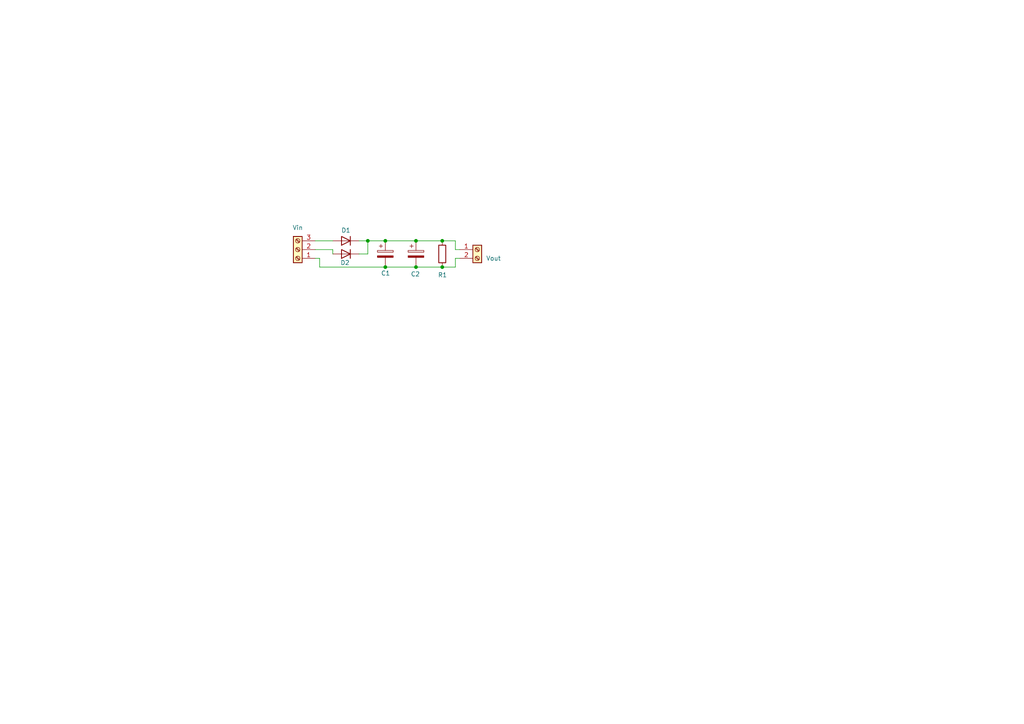
<source format=kicad_sch>
(kicad_sch
	(version 20231120)
	(generator "eeschema")
	(generator_version "8.0")
	(uuid "dbc8fcdd-10a6-4400-b7a5-88cd05e3616a")
	(paper "A4")
	(lib_symbols
		(symbol "Connector:Screw_Terminal_01x02"
			(pin_names
				(offset 1.016) hide)
			(exclude_from_sim no)
			(in_bom yes)
			(on_board yes)
			(property "Reference" "J"
				(at 0 2.54 0)
				(effects
					(font
						(size 1.27 1.27)
					)
				)
			)
			(property "Value" "Screw_Terminal_01x02"
				(at 0 -5.08 0)
				(effects
					(font
						(size 1.27 1.27)
					)
				)
			)
			(property "Footprint" ""
				(at 0 0 0)
				(effects
					(font
						(size 1.27 1.27)
					)
					(hide yes)
				)
			)
			(property "Datasheet" "~"
				(at 0 0 0)
				(effects
					(font
						(size 1.27 1.27)
					)
					(hide yes)
				)
			)
			(property "Description" "Generic screw terminal, single row, 01x02, script generated (kicad-library-utils/schlib/autogen/connector/)"
				(at 0 0 0)
				(effects
					(font
						(size 1.27 1.27)
					)
					(hide yes)
				)
			)
			(property "ki_keywords" "screw terminal"
				(at 0 0 0)
				(effects
					(font
						(size 1.27 1.27)
					)
					(hide yes)
				)
			)
			(property "ki_fp_filters" "TerminalBlock*:*"
				(at 0 0 0)
				(effects
					(font
						(size 1.27 1.27)
					)
					(hide yes)
				)
			)
			(symbol "Screw_Terminal_01x02_1_1"
				(rectangle
					(start -1.27 1.27)
					(end 1.27 -3.81)
					(stroke
						(width 0.254)
						(type default)
					)
					(fill
						(type background)
					)
				)
				(circle
					(center 0 -2.54)
					(radius 0.635)
					(stroke
						(width 0.1524)
						(type default)
					)
					(fill
						(type none)
					)
				)
				(polyline
					(pts
						(xy -0.5334 -2.2098) (xy 0.3302 -3.048)
					)
					(stroke
						(width 0.1524)
						(type default)
					)
					(fill
						(type none)
					)
				)
				(polyline
					(pts
						(xy -0.5334 0.3302) (xy 0.3302 -0.508)
					)
					(stroke
						(width 0.1524)
						(type default)
					)
					(fill
						(type none)
					)
				)
				(polyline
					(pts
						(xy -0.3556 -2.032) (xy 0.508 -2.8702)
					)
					(stroke
						(width 0.1524)
						(type default)
					)
					(fill
						(type none)
					)
				)
				(polyline
					(pts
						(xy -0.3556 0.508) (xy 0.508 -0.3302)
					)
					(stroke
						(width 0.1524)
						(type default)
					)
					(fill
						(type none)
					)
				)
				(circle
					(center 0 0)
					(radius 0.635)
					(stroke
						(width 0.1524)
						(type default)
					)
					(fill
						(type none)
					)
				)
				(pin passive line
					(at -5.08 0 0)
					(length 3.81)
					(name "Pin_1"
						(effects
							(font
								(size 1.27 1.27)
							)
						)
					)
					(number "1"
						(effects
							(font
								(size 1.27 1.27)
							)
						)
					)
				)
				(pin passive line
					(at -5.08 -2.54 0)
					(length 3.81)
					(name "Pin_2"
						(effects
							(font
								(size 1.27 1.27)
							)
						)
					)
					(number "2"
						(effects
							(font
								(size 1.27 1.27)
							)
						)
					)
				)
			)
		)
		(symbol "Connector:Screw_Terminal_01x03"
			(pin_names
				(offset 1.016) hide)
			(exclude_from_sim no)
			(in_bom yes)
			(on_board yes)
			(property "Reference" "J"
				(at 0 5.08 0)
				(effects
					(font
						(size 1.27 1.27)
					)
				)
			)
			(property "Value" "Screw_Terminal_01x03"
				(at 0 -5.08 0)
				(effects
					(font
						(size 1.27 1.27)
					)
				)
			)
			(property "Footprint" ""
				(at 0 0 0)
				(effects
					(font
						(size 1.27 1.27)
					)
					(hide yes)
				)
			)
			(property "Datasheet" "~"
				(at 0 0 0)
				(effects
					(font
						(size 1.27 1.27)
					)
					(hide yes)
				)
			)
			(property "Description" "Generic screw terminal, single row, 01x03, script generated (kicad-library-utils/schlib/autogen/connector/)"
				(at 0 0 0)
				(effects
					(font
						(size 1.27 1.27)
					)
					(hide yes)
				)
			)
			(property "ki_keywords" "screw terminal"
				(at 0 0 0)
				(effects
					(font
						(size 1.27 1.27)
					)
					(hide yes)
				)
			)
			(property "ki_fp_filters" "TerminalBlock*:*"
				(at 0 0 0)
				(effects
					(font
						(size 1.27 1.27)
					)
					(hide yes)
				)
			)
			(symbol "Screw_Terminal_01x03_1_1"
				(rectangle
					(start -1.27 3.81)
					(end 1.27 -3.81)
					(stroke
						(width 0.254)
						(type default)
					)
					(fill
						(type background)
					)
				)
				(circle
					(center 0 -2.54)
					(radius 0.635)
					(stroke
						(width 0.1524)
						(type default)
					)
					(fill
						(type none)
					)
				)
				(polyline
					(pts
						(xy -0.5334 -2.2098) (xy 0.3302 -3.048)
					)
					(stroke
						(width 0.1524)
						(type default)
					)
					(fill
						(type none)
					)
				)
				(polyline
					(pts
						(xy -0.5334 0.3302) (xy 0.3302 -0.508)
					)
					(stroke
						(width 0.1524)
						(type default)
					)
					(fill
						(type none)
					)
				)
				(polyline
					(pts
						(xy -0.5334 2.8702) (xy 0.3302 2.032)
					)
					(stroke
						(width 0.1524)
						(type default)
					)
					(fill
						(type none)
					)
				)
				(polyline
					(pts
						(xy -0.3556 -2.032) (xy 0.508 -2.8702)
					)
					(stroke
						(width 0.1524)
						(type default)
					)
					(fill
						(type none)
					)
				)
				(polyline
					(pts
						(xy -0.3556 0.508) (xy 0.508 -0.3302)
					)
					(stroke
						(width 0.1524)
						(type default)
					)
					(fill
						(type none)
					)
				)
				(polyline
					(pts
						(xy -0.3556 3.048) (xy 0.508 2.2098)
					)
					(stroke
						(width 0.1524)
						(type default)
					)
					(fill
						(type none)
					)
				)
				(circle
					(center 0 0)
					(radius 0.635)
					(stroke
						(width 0.1524)
						(type default)
					)
					(fill
						(type none)
					)
				)
				(circle
					(center 0 2.54)
					(radius 0.635)
					(stroke
						(width 0.1524)
						(type default)
					)
					(fill
						(type none)
					)
				)
				(pin passive line
					(at -5.08 2.54 0)
					(length 3.81)
					(name "Pin_1"
						(effects
							(font
								(size 1.27 1.27)
							)
						)
					)
					(number "1"
						(effects
							(font
								(size 1.27 1.27)
							)
						)
					)
				)
				(pin passive line
					(at -5.08 0 0)
					(length 3.81)
					(name "Pin_2"
						(effects
							(font
								(size 1.27 1.27)
							)
						)
					)
					(number "2"
						(effects
							(font
								(size 1.27 1.27)
							)
						)
					)
				)
				(pin passive line
					(at -5.08 -2.54 0)
					(length 3.81)
					(name "Pin_3"
						(effects
							(font
								(size 1.27 1.27)
							)
						)
					)
					(number "3"
						(effects
							(font
								(size 1.27 1.27)
							)
						)
					)
				)
			)
		)
		(symbol "Device:C_Polarized"
			(pin_numbers hide)
			(pin_names
				(offset 0.254)
			)
			(exclude_from_sim no)
			(in_bom yes)
			(on_board yes)
			(property "Reference" "C"
				(at 0.635 2.54 0)
				(effects
					(font
						(size 1.27 1.27)
					)
					(justify left)
				)
			)
			(property "Value" "C_Polarized"
				(at 0.635 -2.54 0)
				(effects
					(font
						(size 1.27 1.27)
					)
					(justify left)
				)
			)
			(property "Footprint" ""
				(at 0.9652 -3.81 0)
				(effects
					(font
						(size 1.27 1.27)
					)
					(hide yes)
				)
			)
			(property "Datasheet" "~"
				(at 0 0 0)
				(effects
					(font
						(size 1.27 1.27)
					)
					(hide yes)
				)
			)
			(property "Description" "Polarized capacitor"
				(at 0 0 0)
				(effects
					(font
						(size 1.27 1.27)
					)
					(hide yes)
				)
			)
			(property "ki_keywords" "cap capacitor"
				(at 0 0 0)
				(effects
					(font
						(size 1.27 1.27)
					)
					(hide yes)
				)
			)
			(property "ki_fp_filters" "CP_*"
				(at 0 0 0)
				(effects
					(font
						(size 1.27 1.27)
					)
					(hide yes)
				)
			)
			(symbol "C_Polarized_0_1"
				(rectangle
					(start -2.286 0.508)
					(end 2.286 1.016)
					(stroke
						(width 0)
						(type default)
					)
					(fill
						(type none)
					)
				)
				(polyline
					(pts
						(xy -1.778 2.286) (xy -0.762 2.286)
					)
					(stroke
						(width 0)
						(type default)
					)
					(fill
						(type none)
					)
				)
				(polyline
					(pts
						(xy -1.27 2.794) (xy -1.27 1.778)
					)
					(stroke
						(width 0)
						(type default)
					)
					(fill
						(type none)
					)
				)
				(rectangle
					(start 2.286 -0.508)
					(end -2.286 -1.016)
					(stroke
						(width 0)
						(type default)
					)
					(fill
						(type outline)
					)
				)
			)
			(symbol "C_Polarized_1_1"
				(pin passive line
					(at 0 3.81 270)
					(length 2.794)
					(name "~"
						(effects
							(font
								(size 1.27 1.27)
							)
						)
					)
					(number "1"
						(effects
							(font
								(size 1.27 1.27)
							)
						)
					)
				)
				(pin passive line
					(at 0 -3.81 90)
					(length 2.794)
					(name "~"
						(effects
							(font
								(size 1.27 1.27)
							)
						)
					)
					(number "2"
						(effects
							(font
								(size 1.27 1.27)
							)
						)
					)
				)
			)
		)
		(symbol "Device:D"
			(pin_numbers hide)
			(pin_names
				(offset 1.016) hide)
			(exclude_from_sim no)
			(in_bom yes)
			(on_board yes)
			(property "Reference" "D"
				(at 0 2.54 0)
				(effects
					(font
						(size 1.27 1.27)
					)
				)
			)
			(property "Value" "D"
				(at 0 -2.54 0)
				(effects
					(font
						(size 1.27 1.27)
					)
				)
			)
			(property "Footprint" ""
				(at 0 0 0)
				(effects
					(font
						(size 1.27 1.27)
					)
					(hide yes)
				)
			)
			(property "Datasheet" "~"
				(at 0 0 0)
				(effects
					(font
						(size 1.27 1.27)
					)
					(hide yes)
				)
			)
			(property "Description" "Diode"
				(at 0 0 0)
				(effects
					(font
						(size 1.27 1.27)
					)
					(hide yes)
				)
			)
			(property "Sim.Device" "D"
				(at 0 0 0)
				(effects
					(font
						(size 1.27 1.27)
					)
					(hide yes)
				)
			)
			(property "Sim.Pins" "1=K 2=A"
				(at 0 0 0)
				(effects
					(font
						(size 1.27 1.27)
					)
					(hide yes)
				)
			)
			(property "ki_keywords" "diode"
				(at 0 0 0)
				(effects
					(font
						(size 1.27 1.27)
					)
					(hide yes)
				)
			)
			(property "ki_fp_filters" "TO-???* *_Diode_* *SingleDiode* D_*"
				(at 0 0 0)
				(effects
					(font
						(size 1.27 1.27)
					)
					(hide yes)
				)
			)
			(symbol "D_0_1"
				(polyline
					(pts
						(xy -1.27 1.27) (xy -1.27 -1.27)
					)
					(stroke
						(width 0.254)
						(type default)
					)
					(fill
						(type none)
					)
				)
				(polyline
					(pts
						(xy 1.27 0) (xy -1.27 0)
					)
					(stroke
						(width 0)
						(type default)
					)
					(fill
						(type none)
					)
				)
				(polyline
					(pts
						(xy 1.27 1.27) (xy 1.27 -1.27) (xy -1.27 0) (xy 1.27 1.27)
					)
					(stroke
						(width 0.254)
						(type default)
					)
					(fill
						(type none)
					)
				)
			)
			(symbol "D_1_1"
				(pin passive line
					(at -3.81 0 0)
					(length 2.54)
					(name "K"
						(effects
							(font
								(size 1.27 1.27)
							)
						)
					)
					(number "1"
						(effects
							(font
								(size 1.27 1.27)
							)
						)
					)
				)
				(pin passive line
					(at 3.81 0 180)
					(length 2.54)
					(name "A"
						(effects
							(font
								(size 1.27 1.27)
							)
						)
					)
					(number "2"
						(effects
							(font
								(size 1.27 1.27)
							)
						)
					)
				)
			)
		)
		(symbol "Device:R"
			(pin_numbers hide)
			(pin_names
				(offset 0)
			)
			(exclude_from_sim no)
			(in_bom yes)
			(on_board yes)
			(property "Reference" "R"
				(at 2.032 0 90)
				(effects
					(font
						(size 1.27 1.27)
					)
				)
			)
			(property "Value" "R"
				(at 0 0 90)
				(effects
					(font
						(size 1.27 1.27)
					)
				)
			)
			(property "Footprint" ""
				(at -1.778 0 90)
				(effects
					(font
						(size 1.27 1.27)
					)
					(hide yes)
				)
			)
			(property "Datasheet" "~"
				(at 0 0 0)
				(effects
					(font
						(size 1.27 1.27)
					)
					(hide yes)
				)
			)
			(property "Description" "Resistor"
				(at 0 0 0)
				(effects
					(font
						(size 1.27 1.27)
					)
					(hide yes)
				)
			)
			(property "ki_keywords" "R res resistor"
				(at 0 0 0)
				(effects
					(font
						(size 1.27 1.27)
					)
					(hide yes)
				)
			)
			(property "ki_fp_filters" "R_*"
				(at 0 0 0)
				(effects
					(font
						(size 1.27 1.27)
					)
					(hide yes)
				)
			)
			(symbol "R_0_1"
				(rectangle
					(start -1.016 -2.54)
					(end 1.016 2.54)
					(stroke
						(width 0.254)
						(type default)
					)
					(fill
						(type none)
					)
				)
			)
			(symbol "R_1_1"
				(pin passive line
					(at 0 3.81 270)
					(length 1.27)
					(name "~"
						(effects
							(font
								(size 1.27 1.27)
							)
						)
					)
					(number "1"
						(effects
							(font
								(size 1.27 1.27)
							)
						)
					)
				)
				(pin passive line
					(at 0 -3.81 90)
					(length 1.27)
					(name "~"
						(effects
							(font
								(size 1.27 1.27)
							)
						)
					)
					(number "2"
						(effects
							(font
								(size 1.27 1.27)
							)
						)
					)
				)
			)
		)
	)
	(junction
		(at 120.65 69.85)
		(diameter 0)
		(color 0 0 0 0)
		(uuid "15a802a4-3b79-41e9-80bc-50ab63357062")
	)
	(junction
		(at 128.27 77.47)
		(diameter 0)
		(color 0 0 0 0)
		(uuid "1dd085fa-353f-4020-b300-5e7e48853b34")
	)
	(junction
		(at 106.68 69.85)
		(diameter 0)
		(color 0 0 0 0)
		(uuid "3b6a227f-ed86-400d-b434-b071954ffedb")
	)
	(junction
		(at 128.27 69.85)
		(diameter 0)
		(color 0 0 0 0)
		(uuid "45fdb118-9ee6-4a2d-a19f-41c1fa7ecdd7")
	)
	(junction
		(at 120.65 77.47)
		(diameter 0)
		(color 0 0 0 0)
		(uuid "6d5bac4c-e159-44d4-baa7-f9db4d5c2cd5")
	)
	(junction
		(at 111.76 69.85)
		(diameter 0)
		(color 0 0 0 0)
		(uuid "b792a7e7-3259-4087-9ef7-2b3574a86771")
	)
	(junction
		(at 111.76 77.47)
		(diameter 0)
		(color 0 0 0 0)
		(uuid "b7d20ec7-fed1-4c34-849e-91a7b5ad34d7")
	)
	(wire
		(pts
			(xy 132.08 77.47) (xy 128.27 77.47)
		)
		(stroke
			(width 0)
			(type default)
		)
		(uuid "1969eb07-09d4-419a-968c-74d63a605b37")
	)
	(wire
		(pts
			(xy 111.76 69.85) (xy 120.65 69.85)
		)
		(stroke
			(width 0)
			(type default)
		)
		(uuid "1b12b55a-66c5-45df-b06a-18b107ecc733")
	)
	(wire
		(pts
			(xy 104.14 73.66) (xy 106.68 73.66)
		)
		(stroke
			(width 0)
			(type default)
		)
		(uuid "26e9d28b-d6d3-45eb-92b1-d09e9427f35f")
	)
	(wire
		(pts
			(xy 91.44 69.85) (xy 96.52 69.85)
		)
		(stroke
			(width 0)
			(type default)
		)
		(uuid "3ee65857-453b-4171-a08d-3bd73e7637b9")
	)
	(wire
		(pts
			(xy 91.44 72.39) (xy 96.52 72.39)
		)
		(stroke
			(width 0)
			(type default)
		)
		(uuid "437d94ff-6eb8-4ce3-9514-8c40d96be409")
	)
	(wire
		(pts
			(xy 106.68 73.66) (xy 106.68 69.85)
		)
		(stroke
			(width 0)
			(type default)
		)
		(uuid "4626562c-0182-44df-829d-0aeb8ff9a22c")
	)
	(wire
		(pts
			(xy 120.65 77.47) (xy 128.27 77.47)
		)
		(stroke
			(width 0)
			(type default)
		)
		(uuid "4f152552-b250-4306-b280-c3ae03b14e8c")
	)
	(wire
		(pts
			(xy 104.14 69.85) (xy 106.68 69.85)
		)
		(stroke
			(width 0)
			(type default)
		)
		(uuid "6a9756f0-ac3c-4a3b-9d08-9684ed337b5f")
	)
	(wire
		(pts
			(xy 106.68 69.85) (xy 111.76 69.85)
		)
		(stroke
			(width 0)
			(type default)
		)
		(uuid "6c98f5fc-a67a-445a-9c0b-e03ae6283a3d")
	)
	(wire
		(pts
			(xy 92.71 74.93) (xy 92.71 77.47)
		)
		(stroke
			(width 0)
			(type default)
		)
		(uuid "71446c28-27bb-49a7-8adf-5be269939135")
	)
	(wire
		(pts
			(xy 133.35 72.39) (xy 132.08 72.39)
		)
		(stroke
			(width 0)
			(type default)
		)
		(uuid "71e19620-43c0-42b7-a38d-19ebf0b7f458")
	)
	(wire
		(pts
			(xy 132.08 74.93) (xy 132.08 77.47)
		)
		(stroke
			(width 0)
			(type default)
		)
		(uuid "74a67d0a-8ea2-479a-92e8-f442e03c82b3")
	)
	(wire
		(pts
			(xy 120.65 69.85) (xy 128.27 69.85)
		)
		(stroke
			(width 0)
			(type default)
		)
		(uuid "86d8d1a1-87b7-46d4-ad97-b074b8608122")
	)
	(wire
		(pts
			(xy 132.08 72.39) (xy 132.08 69.85)
		)
		(stroke
			(width 0)
			(type default)
		)
		(uuid "9188a7f6-598a-43aa-8ba6-043fdc73643c")
	)
	(wire
		(pts
			(xy 132.08 69.85) (xy 128.27 69.85)
		)
		(stroke
			(width 0)
			(type default)
		)
		(uuid "9e2b8a36-43e0-4ded-9685-2608bd2c1dad")
	)
	(wire
		(pts
			(xy 96.52 72.39) (xy 96.52 73.66)
		)
		(stroke
			(width 0)
			(type default)
		)
		(uuid "a72ee95d-273d-43dc-932e-6642a5461574")
	)
	(wire
		(pts
			(xy 133.35 74.93) (xy 132.08 74.93)
		)
		(stroke
			(width 0)
			(type default)
		)
		(uuid "d496f910-eaf9-433a-bb33-e3ef70321373")
	)
	(wire
		(pts
			(xy 91.44 74.93) (xy 92.71 74.93)
		)
		(stroke
			(width 0)
			(type default)
		)
		(uuid "d5853b6a-637c-40d5-9fac-026d71424c30")
	)
	(wire
		(pts
			(xy 111.76 77.47) (xy 120.65 77.47)
		)
		(stroke
			(width 0)
			(type default)
		)
		(uuid "d6050c7d-4b15-4df4-90dc-9c3957a01795")
	)
	(wire
		(pts
			(xy 92.71 77.47) (xy 111.76 77.47)
		)
		(stroke
			(width 0)
			(type default)
		)
		(uuid "dd1e2aae-49fd-4bf9-9363-faf4595be219")
	)
	(symbol
		(lib_id "Device:R")
		(at 128.27 73.66 0)
		(unit 1)
		(exclude_from_sim no)
		(in_bom yes)
		(on_board yes)
		(dnp no)
		(uuid "49eac260-2a04-4539-a95f-b47e01d9b750")
		(property "Reference" "R1"
			(at 127 79.756 0)
			(effects
				(font
					(size 1.27 1.27)
				)
				(justify left)
			)
		)
		(property "Value" "R"
			(at 127.254 79.756 0)
			(effects
				(font
					(size 1.27 1.27)
				)
				(justify left)
				(hide yes)
			)
		)
		(property "Footprint" "Resistor_THT:R_Axial_DIN0204_L3.6mm_D1.6mm_P5.08mm_Horizontal"
			(at 126.492 73.66 90)
			(effects
				(font
					(size 1.27 1.27)
				)
				(hide yes)
			)
		)
		(property "Datasheet" "~"
			(at 128.27 73.66 0)
			(effects
				(font
					(size 1.27 1.27)
				)
				(hide yes)
			)
		)
		(property "Description" "Resistor"
			(at 128.27 73.66 0)
			(effects
				(font
					(size 1.27 1.27)
				)
				(hide yes)
			)
		)
		(pin "2"
			(uuid "8b33f330-a832-4b3c-8780-7ff95dbc513f")
		)
		(pin "1"
			(uuid "9b567aad-71b6-41a2-b0cf-ae18275bbafc")
		)
		(instances
			(project ""
				(path "/dbc8fcdd-10a6-4400-b7a5-88cd05e3616a"
					(reference "R1")
					(unit 1)
				)
			)
		)
	)
	(symbol
		(lib_id "Connector:Screw_Terminal_01x02")
		(at 138.43 72.39 0)
		(unit 1)
		(exclude_from_sim no)
		(in_bom yes)
		(on_board yes)
		(dnp no)
		(fields_autoplaced yes)
		(uuid "5cc58aa3-82c9-4127-82f8-132878bdb20e")
		(property "Reference" "J2"
			(at 140.97 72.3899 0)
			(effects
				(font
					(size 1.27 1.27)
				)
				(justify left)
				(hide yes)
			)
		)
		(property "Value" "Vout"
			(at 140.97 74.9299 0)
			(effects
				(font
					(size 1.27 1.27)
				)
				(justify left)
			)
		)
		(property "Footprint" "TerminalBlock:TerminalBlock_MaiXu_MX126-5.0-02P_1x02_P5.00mm"
			(at 138.43 72.39 0)
			(effects
				(font
					(size 1.27 1.27)
				)
				(hide yes)
			)
		)
		(property "Datasheet" "~"
			(at 138.43 72.39 0)
			(effects
				(font
					(size 1.27 1.27)
				)
				(hide yes)
			)
		)
		(property "Description" "Generic screw terminal, single row, 01x02, script generated (kicad-library-utils/schlib/autogen/connector/)"
			(at 138.43 72.39 0)
			(effects
				(font
					(size 1.27 1.27)
				)
				(hide yes)
			)
		)
		(pin "1"
			(uuid "62b6b343-e56a-484e-b1c2-efacef68983b")
		)
		(pin "2"
			(uuid "b84b7a02-8c5e-4a20-a89d-7dcefda424f6")
		)
		(instances
			(project ""
				(path "/dbc8fcdd-10a6-4400-b7a5-88cd05e3616a"
					(reference "J2")
					(unit 1)
				)
			)
		)
	)
	(symbol
		(lib_id "Device:D")
		(at 100.33 73.66 180)
		(unit 1)
		(exclude_from_sim no)
		(in_bom yes)
		(on_board yes)
		(dnp no)
		(uuid "66c5fc7f-5ea9-41e1-95b3-f2dcc6901af9")
		(property "Reference" "D2"
			(at 100.076 76.2 0)
			(effects
				(font
					(size 1.27 1.27)
				)
			)
		)
		(property "Value" "D"
			(at 100.33 69.85 0)
			(effects
				(font
					(size 1.27 1.27)
				)
				(hide yes)
			)
		)
		(property "Footprint" "Diode_THT:D_5W_P12.70mm_Horizontal"
			(at 100.33 73.66 0)
			(effects
				(font
					(size 1.27 1.27)
				)
				(hide yes)
			)
		)
		(property "Datasheet" "~"
			(at 100.33 73.66 0)
			(effects
				(font
					(size 1.27 1.27)
				)
				(hide yes)
			)
		)
		(property "Description" "Diode"
			(at 100.33 73.66 0)
			(effects
				(font
					(size 1.27 1.27)
				)
				(hide yes)
			)
		)
		(property "Sim.Device" "D"
			(at 100.33 73.66 0)
			(effects
				(font
					(size 1.27 1.27)
				)
				(hide yes)
			)
		)
		(property "Sim.Pins" "1=K 2=A"
			(at 100.33 73.66 0)
			(effects
				(font
					(size 1.27 1.27)
				)
				(hide yes)
			)
		)
		(pin "2"
			(uuid "b0b64b7b-e172-41ff-bdb8-d86a9fdc94d5")
		)
		(pin "1"
			(uuid "0a59e528-023e-464d-8ad2-e82f5898b43e")
		)
		(instances
			(project "full wave retifier"
				(path "/dbc8fcdd-10a6-4400-b7a5-88cd05e3616a"
					(reference "D2")
					(unit 1)
				)
			)
		)
	)
	(symbol
		(lib_id "Device:C_Polarized")
		(at 111.76 73.66 0)
		(unit 1)
		(exclude_from_sim no)
		(in_bom yes)
		(on_board yes)
		(dnp no)
		(uuid "9cdf63fe-e0d3-4348-8953-91c86d7e23cb")
		(property "Reference" "C1"
			(at 110.49 79.248 0)
			(effects
				(font
					(size 1.27 1.27)
				)
				(justify left)
			)
		)
		(property "Value" "C_Polarized"
			(at 106.172 79.756 0)
			(effects
				(font
					(size 1.27 1.27)
				)
				(justify left)
				(hide yes)
			)
		)
		(property "Footprint" "Capacitor_THT:CP_Radial_D4.0mm_P2.00mm"
			(at 112.7252 77.47 0)
			(effects
				(font
					(size 1.27 1.27)
				)
				(hide yes)
			)
		)
		(property "Datasheet" "~"
			(at 111.76 73.66 0)
			(effects
				(font
					(size 1.27 1.27)
				)
				(hide yes)
			)
		)
		(property "Description" "Polarized capacitor"
			(at 111.76 73.66 0)
			(effects
				(font
					(size 1.27 1.27)
				)
				(hide yes)
			)
		)
		(pin "2"
			(uuid "d945bfeb-4442-4cd2-935b-9c19a95c4f11")
		)
		(pin "1"
			(uuid "4d4c724e-16d0-407e-b3f5-13af04777a68")
		)
		(instances
			(project ""
				(path "/dbc8fcdd-10a6-4400-b7a5-88cd05e3616a"
					(reference "C1")
					(unit 1)
				)
			)
		)
	)
	(symbol
		(lib_id "Device:C_Polarized")
		(at 120.65 73.66 0)
		(unit 1)
		(exclude_from_sim no)
		(in_bom yes)
		(on_board yes)
		(dnp no)
		(uuid "bd1d3f71-ecdd-4465-94bf-3feb07740738")
		(property "Reference" "C2"
			(at 119.126 79.502 0)
			(effects
				(font
					(size 1.27 1.27)
				)
				(justify left)
			)
		)
		(property "Value" "C_Polarized"
			(at 124.46 74.0409 0)
			(effects
				(font
					(size 1.27 1.27)
				)
				(justify left)
				(hide yes)
			)
		)
		(property "Footprint" "Capacitor_THT:CP_Radial_D4.0mm_P2.00mm"
			(at 121.6152 77.47 0)
			(effects
				(font
					(size 1.27 1.27)
				)
				(hide yes)
			)
		)
		(property "Datasheet" "~"
			(at 120.65 73.66 0)
			(effects
				(font
					(size 1.27 1.27)
				)
				(hide yes)
			)
		)
		(property "Description" "Polarized capacitor"
			(at 120.65 73.66 0)
			(effects
				(font
					(size 1.27 1.27)
				)
				(hide yes)
			)
		)
		(pin "2"
			(uuid "43cd42f1-a00a-4b7f-b903-036613e56f84")
		)
		(pin "1"
			(uuid "0079be36-ca01-42f5-8533-7c4a22ad7fbd")
		)
		(instances
			(project "full wave retifier"
				(path "/dbc8fcdd-10a6-4400-b7a5-88cd05e3616a"
					(reference "C2")
					(unit 1)
				)
			)
		)
	)
	(symbol
		(lib_id "Connector:Screw_Terminal_01x03")
		(at 86.36 72.39 180)
		(unit 1)
		(exclude_from_sim no)
		(in_bom yes)
		(on_board yes)
		(dnp no)
		(fields_autoplaced yes)
		(uuid "cb4b68d9-e882-41da-b851-f93177efe5a7")
		(property "Reference" "J1"
			(at 86.36 63.5 0)
			(effects
				(font
					(size 1.27 1.27)
				)
				(hide yes)
			)
		)
		(property "Value" "Vin"
			(at 86.36 66.04 0)
			(effects
				(font
					(size 1.27 1.27)
				)
			)
		)
		(property "Footprint" "TerminalBlock:TerminalBlock_MaiXu_MX126-5.0-03P_1x03_P5.00mm"
			(at 86.36 72.39 0)
			(effects
				(font
					(size 1.27 1.27)
				)
				(hide yes)
			)
		)
		(property "Datasheet" "~"
			(at 86.36 72.39 0)
			(effects
				(font
					(size 1.27 1.27)
				)
				(hide yes)
			)
		)
		(property "Description" "Generic screw terminal, single row, 01x03, script generated (kicad-library-utils/schlib/autogen/connector/)"
			(at 86.36 72.39 0)
			(effects
				(font
					(size 1.27 1.27)
				)
				(hide yes)
			)
		)
		(pin "2"
			(uuid "271d7c00-9c45-41f0-ae7b-7db08fbeb617")
		)
		(pin "1"
			(uuid "7c3ff3fe-308e-4522-81ae-35063fbc633d")
		)
		(pin "3"
			(uuid "1b119f7d-2fb3-4ba1-8b4a-aef849edc006")
		)
		(instances
			(project ""
				(path "/dbc8fcdd-10a6-4400-b7a5-88cd05e3616a"
					(reference "J1")
					(unit 1)
				)
			)
		)
	)
	(symbol
		(lib_id "Device:D")
		(at 100.33 69.85 180)
		(unit 1)
		(exclude_from_sim no)
		(in_bom yes)
		(on_board yes)
		(dnp no)
		(uuid "e35e5452-a842-4c14-be75-b78018159934")
		(property "Reference" "D1"
			(at 100.33 66.802 0)
			(effects
				(font
					(size 1.27 1.27)
				)
			)
		)
		(property "Value" "D"
			(at 100.33 66.04 0)
			(effects
				(font
					(size 1.27 1.27)
				)
				(hide yes)
			)
		)
		(property "Footprint" "Diode_THT:D_5W_P12.70mm_Horizontal"
			(at 100.33 69.85 0)
			(effects
				(font
					(size 1.27 1.27)
				)
				(hide yes)
			)
		)
		(property "Datasheet" "~"
			(at 100.33 69.85 0)
			(effects
				(font
					(size 1.27 1.27)
				)
				(hide yes)
			)
		)
		(property "Description" "Diode"
			(at 100.33 69.85 0)
			(effects
				(font
					(size 1.27 1.27)
				)
				(hide yes)
			)
		)
		(property "Sim.Device" "D"
			(at 100.33 69.85 0)
			(effects
				(font
					(size 1.27 1.27)
				)
				(hide yes)
			)
		)
		(property "Sim.Pins" "1=K 2=A"
			(at 100.33 69.85 0)
			(effects
				(font
					(size 1.27 1.27)
				)
				(hide yes)
			)
		)
		(pin "2"
			(uuid "cba7fa4d-cdb1-48a8-a777-24c3c424e115")
		)
		(pin "1"
			(uuid "6f6c26e6-5b70-4250-bc6d-56efbb86e71a")
		)
		(instances
			(project ""
				(path "/dbc8fcdd-10a6-4400-b7a5-88cd05e3616a"
					(reference "D1")
					(unit 1)
				)
			)
		)
	)
	(sheet_instances
		(path "/"
			(page "1")
		)
	)
)

</source>
